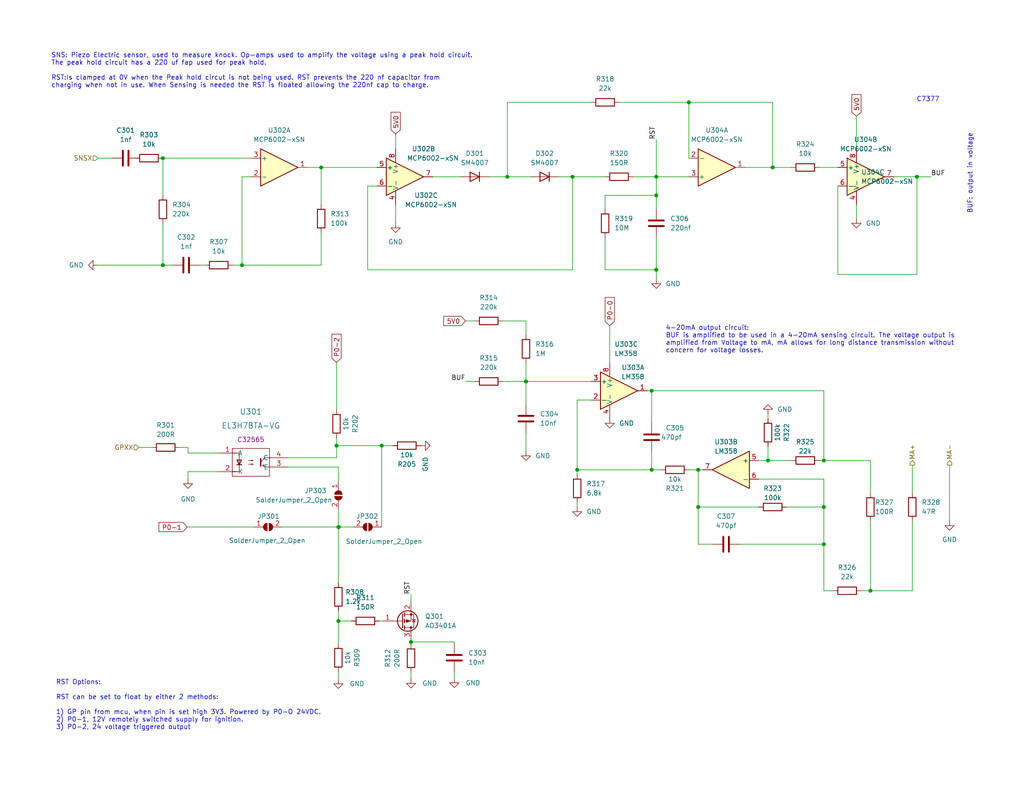
<source format=kicad_sch>
(kicad_sch (version 20211123) (generator eeschema)
  (paper "USLetter")
  (lib_symbols
    (symbol "Amplifier_Operational:LM358" (pin_names (offset 0.127))
      (property "Reference" "U" (at 0 5.08 0))
      (property "Value" "LM358" (at 0 -5.08 0))
      (symbol "LM358_1_1"
        (polyline (pts (xy -5.08 5.08) (xy 5.08 0) (xy -5.08 -5.08) (xy -5.08 5.08)) (stroke (width 0.254)) (fill (type background)))
        (pin output line (at 7.62 0 180) (length 2.54) (name "~") (number "1"))
        (pin input line (at -7.62 -2.54 0) (length 2.54) (name "-") (number "2"))
        (pin input line (at -7.62 2.54 0) (length 2.54) (name "+") (number "3"))
      )
      (symbol "LM358_2_1"
        (polyline (pts (xy -5.08 5.08) (xy 5.08 0) (xy -5.08 -5.08) (xy -5.08 5.08)) (stroke (width 0.254)) (fill (type background)))
        (pin input line (at -7.62 2.54 0) (length 2.54) (name "+") (number "5"))
        (pin input line (at -7.62 -2.54 0) (length 2.54) (name "-") (number "6"))
        (pin output line (at 7.62 0 180) (length 2.54) (name "~") (number "7"))
      )
      (symbol "LM358_3_1"
        (pin power_in line (at -2.54 -7.62 90) (length 3.81) (name "V-") (number "4"))
        (pin power_in line (at -2.54 7.62 270) (length 3.81) (name "V+") (number "8"))
      )
    )
    (symbol "Amplifier_Operational:MCP6002-xSN" (pin_names (offset 0.127))
      (property "Reference" "U" (at 0 5.08 0))
      (property "Value" "MCP6002-xSN" (at 0 -5.08 0))
      (symbol "MCP6002-xSN_1_1"
        (polyline (pts (xy -5.08 5.08) (xy 5.08 0) (xy -5.08 -5.08) (xy -5.08 5.08)) (stroke (width 0.254)) (fill (type background)))
        (pin output line (at 7.62 0 180) (length 2.54) (name "~") (number "1"))
        (pin input line (at -7.62 -2.54 0) (length 2.54) (name "-") (number "2"))
        (pin input line (at -7.62 2.54 0) (length 2.54) (name "+") (number "3"))
      )
      (symbol "MCP6002-xSN_2_1"
        (polyline (pts (xy -5.08 5.08) (xy 5.08 0) (xy -5.08 -5.08) (xy -5.08 5.08)) (stroke (width 0.254)) (fill (type background)))
        (pin input line (at -7.62 2.54 0) (length 2.54) (name "+") (number "5"))
        (pin input line (at -7.62 -2.54 0) (length 2.54) (name "-") (number "6"))
        (pin output line (at 7.62 0 180) (length 2.54) (name "~") (number "7"))
      )
      (symbol "MCP6002-xSN_3_1"
        (pin power_in line (at -2.54 -7.62 90) (length 3.81) (name "V-") (number "4"))
        (pin power_in line (at -2.54 7.62 270) (length 3.81) (name "V+") (number "8"))
      )
    )
    (symbol "Device:C" (pin_numbers hide) (pin_names (offset 0.254))
      (property "Reference" "C" (at 0.635 2.54 0))
      (property "Value" "C" (at 0.635 -2.54 0))
      (symbol "C_0_1"
        (polyline (pts (xy -2.032 -0.762) (xy 2.032 -0.762)) (stroke (width 0.508)))
        (polyline (pts (xy -2.032 0.762) (xy 2.032 0.762)) (stroke (width 0.508)))
      )
      (symbol "C_1_1"
        (pin passive line (at 0 3.81 270) (length 2.794) (name "~") (number "1"))
        (pin passive line (at 0 -3.81 90) (length 2.794) (name "~") (number "2"))
      )
    )
    (symbol "Device:R" (pin_numbers hide) (pin_names (offset 0))
      (property "Reference" "R" (at 2.032 0 90))
      (property "Value" "R" (at 0 0 90))
      (symbol "R_0_1"
        (rectangle (start -1.016 -2.54) (end 1.016 2.54) (stroke (width 0.254)))
      )
      (symbol "R_1_1"
        (pin passive line (at 0 3.81 270) (length 1.27) (name "~") (number "1"))
        (pin passive line (at 0 -3.81 90) (length 1.27) (name "~") (number "2"))
      )
    )
    (symbol "Diode:SM4007" (pin_numbers hide) (pin_names (offset 1.016) hide)
      (property "Reference" "D" (at 0 2.54 0))
      (property "Value" "SM4007" (at 0 -2.54 0))
      (symbol "SM4007_0_1"
        (polyline (pts (xy -1.27 1.27) (xy -1.27 -1.27)) (stroke (width 0.254)))
        (polyline (pts (xy 1.27 0) (xy -1.27 0)))
        (polyline (pts (xy 1.27 1.27) (xy 1.27 -1.27) (xy -1.27 0) (xy 1.27 1.27)) (stroke (width 0.254)))
      )
      (symbol "SM4007_1_1"
        (pin passive line (at -3.81 0 0) (length 2.54) (name "K") (number "1"))
        (pin passive line (at 3.81 0 180) (length 2.54) (name "A") (number "2"))
      )
    )
    (symbol "Jumper:SolderJumper_2_Open" (pin_names (offset 0) hide)
      (property "Reference" "JP" (at 0 2.032 0))
      (property "Value" "SolderJumper_2_Open" (at 0 -2.54 0))
      (symbol "SolderJumper_2_Open_0_1"
        (arc (start -0.254 1.016) (mid -1.27 0) (end -0.254 -1.016))
        (arc (start -0.254 1.016) (mid -1.27 0) (end -0.254 -1.016) (fill (type outline)))
        (polyline (pts (xy -0.254 1.016) (xy -0.254 -1.016)))
        (polyline (pts (xy 0.254 1.016) (xy 0.254 -1.016)))
        (arc (start 0.254 -1.016) (mid 1.27 0) (end 0.254 1.016))
        (arc (start 0.254 -1.016) (mid 1.27 0) (end 0.254 1.016) (fill (type outline)))
      )
      (symbol "SolderJumper_2_Open_1_1"
        (pin passive line (at -3.81 0 0) (length 2.54) (name "A") (number "1"))
        (pin passive line (at 3.81 0 180) (length 2.54) (name "B") (number "2"))
      )
    )
    (symbol "PCB_Library:EL3H7BTA-VG" (pin_names (offset 0.254))
      (property "Reference" "U" (at 7.62 10.16 0))
      (property "Value" "EL3H7BTA-VG" (at 7.62 7.62 0))
      (property "LCSC" "C32565" (at 8.89 2.54 0))
      (symbol "EL3H7BTA-VG_0_0"
        (pin passive line (at 0 0 0) (length 5.08) (name "A") (number "1"))
        (pin passive line (at 0 -5.08 0) (length 5.08) (name "K") (number "2"))
        (pin passive line (at 19.05 -3.81 180) (length 5.08) (name "E") (number "3"))
        (pin passive line (at 19.05 -1.27 180) (length 5.08) (name "C") (number "4"))
      )
      (symbol "EL3H7BTA-VG_0_1"
        (polyline (pts (xy 5.08 -3.175) (xy 6.35 -3.175)) (stroke (width 0.254)))
        (polyline (pts (xy 11.557 -2.413) (xy 12.7 -1.27)))
        (polyline (pts (xy 12.7 -3.81) (xy 13.97 -3.81)))
        (polyline (pts (xy 12.7 -1.27) (xy 13.97 -1.27)))
        (polyline (pts (xy 11.557 -1.524) (xy 11.557 -3.556) (xy 11.557 -3.556)) (stroke (width 0.3556)))
        (polyline (pts (xy 3.81 -5.08) (xy 5.715 -5.08) (xy 5.715 0) (xy 3.81 0)))
        (polyline (pts (xy 5.715 -3.175) (xy 5.08 -1.905) (xy 6.35 -1.905) (xy 5.715 -3.175)) (stroke (width 0.254)))
        (polyline (pts (xy 12.573 -3.683) (xy 12.319 -3.175) (xy 12.065 -3.429) (xy 12.573 -3.683)))
        (polyline (pts (xy 3.81 1.27) (xy 13.97 1.27) (xy 13.97 -6.35) (xy 3.81 -6.35) (xy 3.81 1.27)) (stroke (width 0.1524)))
        (polyline (pts (xy 8.255 -3.048) (xy 9.525 -3.048) (xy 9.144 -3.175) (xy 9.144 -2.921) (xy 9.525 -3.048)))
        (polyline (pts (xy 8.255 -2.032) (xy 9.525 -2.032) (xy 9.144 -2.159) (xy 9.144 -1.905) (xy 9.525 -2.032)))
      )
    )
    (symbol "Transistor_FET:AO3401A" (pin_names hide)
      (property "Reference" "Q" (at 5.08 1.905 0))
      (property "Value" "AO3401A" (at 5.08 0 0))
      (symbol "AO3401A_0_1"
        (polyline (pts (xy 0.254 0) (xy -2.54 0)))
        (polyline (pts (xy 0.254 1.905) (xy 0.254 -1.905)) (stroke (width 0.254)))
        (polyline (pts (xy 0.762 -1.27) (xy 0.762 -2.286)) (stroke (width 0.254)))
        (polyline (pts (xy 0.762 0.508) (xy 0.762 -0.508)) (stroke (width 0.254)))
        (polyline (pts (xy 0.762 2.286) (xy 0.762 1.27)) (stroke (width 0.254)))
        (polyline (pts (xy 2.54 2.54) (xy 2.54 1.778)))
        (polyline (pts (xy 2.54 -2.54) (xy 2.54 0) (xy 0.762 0)))
        (polyline (pts (xy 0.762 1.778) (xy 3.302 1.778) (xy 3.302 -1.778) (xy 0.762 -1.778)))
        (polyline (pts (xy 2.286 0) (xy 1.27 0.381) (xy 1.27 -0.381) (xy 2.286 0)) (fill (type outline)))
        (polyline (pts (xy 2.794 -0.508) (xy 2.921 -0.381) (xy 3.683 -0.381) (xy 3.81 -0.254)))
        (polyline (pts (xy 3.302 -0.381) (xy 2.921 0.254) (xy 3.683 0.254) (xy 3.302 -0.381)))
        (circle (center 1.651 0) (radius 2.794) (stroke (width 0.254)))
        (circle (center 2.54 -1.778) (radius 0.254) (fill (type outline)))
        (circle (center 2.54 1.778) (radius 0.254) (fill (type outline)))
      )
      (symbol "AO3401A_1_1"
        (pin input line (at -5.08 0 0) (length 2.54) (name "G") (number "1"))
        (pin passive line (at 2.54 -5.08 90) (length 2.54) (name "S") (number "2"))
        (pin passive line (at 2.54 5.08 270) (length 2.54) (name "D") (number "3"))
      )
    )
    (symbol "power:GND" (power) (pin_names (offset 0))
      (property "Value" "GND" (at 0 -3.81 0))
      (symbol "GND_0_1"
        (polyline (pts (xy 0 0) (xy 0 -1.27) (xy 1.27 -1.27) (xy 0 -2.54) (xy -1.27 -1.27) (xy 0 -1.27)))
      )
      (symbol "GND_1_1"
        (pin power_in line (at 0 0 270) (length 0) hide (name "GND") (number "1"))
      )
    )
  )
  (junction (at 209.55 125.73))
  (junction (at 224.79 148.59))
  (junction (at 224.79 138.43))
  (junction (at 138.43 48.26))
  (junction (at 157.48 128.27))
  (junction (at 92.329 169.545))
  (junction (at 91.821 121.666))
  (junction (at 250.19 48.26))
  (junction (at 87.63 45.72))
  (junction (at 177.8 128.27))
  (junction (at 104.14 121.666))
  (junction (at 210.82 45.72))
  (junction (at 66.04 72.39))
  (junction (at 187.96 27.94))
  (junction (at 179.07 73.66))
  (junction (at 156.21 48.26))
  (junction (at 179.07 53.34))
  (junction (at 190.5 138.43))
  (junction (at 44.45 43.18))
  (junction (at 92.456 143.891))
  (junction (at 112.141 175.26))
  (junction (at 143.51 104.14))
  (junction (at 44.45 72.39))
  (junction (at 190.5 128.27))
  (junction (at 224.79 125.73))
  (junction (at 92.329 143.891))
  (junction (at 237.49 161.29))
  (junction (at 177.8 106.68))
  (junction (at 179.07 48.26))
  (wire (pts (xy 228.6 50.8) (xy 228.6 74.93)))
  (wire (pts (xy 228.6 74.93) (xy 250.19 74.93)))
  (wire (pts (xy 133.35 48.26) (xy 138.43 48.26)))
  (wire (pts (xy 179.07 48.26) (xy 187.96 48.26)))
  (wire (pts (xy 187.96 27.94) (xy 187.96 43.18)))
  (wire (pts (xy 194.31 148.59) (xy 190.5 148.59)))
  (wire (pts (xy 127 87.63) (xy 129.54 87.63)))
  (wire (pts (xy 250.19 48.26) (xy 254 48.26)))
  (wire (pts (xy 157.48 128.27) (xy 157.48 129.54)))
  (wire (pts (xy 112.141 175.26) (xy 112.141 175.895)))
  (wire (pts (xy 26.67 72.39) (xy 44.45 72.39)))
  (wire (pts (xy 207.01 125.73) (xy 209.55 125.73)))
  (wire (pts (xy 87.63 63.5) (xy 87.63 72.39)))
  (wire (pts (xy 156.21 73.66) (xy 100.33 73.66)))
  (wire (pts (xy 92.329 169.545) (xy 92.329 175.768)))
  (wire (pts (xy 100.33 50.8) (xy 102.87 50.8)))
  (wire (pts (xy 190.5 128.27) (xy 190.5 138.43)))
  (wire (pts (xy 190.5 138.43) (xy 207.01 138.43)))
  (wire (pts (xy 44.45 43.18) (xy 68.58 43.18)))
  (wire (pts (xy 92.329 166.751) (xy 92.329 169.545)))
  (wire (pts (xy 224.79 148.59) (xy 224.79 161.29)))
  (wire (pts (xy 91.821 98.933) (xy 91.821 111.887)))
  (wire (pts (xy 179.07 64.77) (xy 179.07 73.66)))
  (wire (pts (xy 156.21 48.26) (xy 165.1 48.26)))
  (wire (pts (xy 102.87 45.72) (xy 87.63 45.72)))
  (wire (pts (xy 66.04 72.39) (xy 87.63 72.39)))
  (wire (pts (xy 51.054 143.891) (xy 69.342 143.891)))
  (wire (pts (xy 138.43 27.94) (xy 138.43 48.26)))
  (wire (pts (xy 209.55 114.3) (xy 209.55 113.03)))
  (wire (pts (xy 157.48 109.22) (xy 157.48 128.27)))
  (wire (pts (xy 143.51 104.14) (xy 137.16 104.14)))
  (wire (pts (xy 224.79 130.81) (xy 224.79 138.43)))
  (wire (pts (xy 165.1 53.34) (xy 165.1 57.15)))
  (wire (pts (xy 123.952 183.388) (xy 123.952 185.166)))
  (wire (pts (xy 92.329 183.388) (xy 92.329 185.42)))
  (wire (pts (xy 179.07 73.66) (xy 179.07 76.2)))
  (wire (pts (xy 237.49 142.24) (xy 237.49 161.29)))
  (wire (pts (xy 92.329 143.891) (xy 92.329 159.131)))
  (wire (pts (xy 234.95 161.29) (xy 237.49 161.29)))
  (wire (pts (xy 209.55 121.92) (xy 209.55 125.73)))
  (wire (pts (xy 92.329 127.508) (xy 92.329 131.445)))
  (wire (pts (xy 187.96 27.94) (xy 210.82 27.94)))
  (wire (pts (xy 248.92 127) (xy 248.92 134.62)))
  (wire (pts (xy 157.48 137.16) (xy 157.48 138.43)))
  (wire (pts (xy 176.53 106.68) (xy 177.8 106.68)))
  (wire (pts (xy 259.08 127) (xy 259.08 142.24)))
  (wire (pts (xy 224.79 106.68) (xy 224.79 125.73)))
  (wire (pts (xy 107.95 36.576) (xy 107.95 40.64)))
  (wire (pts (xy 210.82 27.94) (xy 210.82 45.72)))
  (wire (pts (xy 168.91 27.94) (xy 187.96 27.94)))
  (wire (pts (xy 138.43 48.26) (xy 144.78 48.26)))
  (wire (pts (xy 201.93 148.59) (xy 224.79 148.59)))
  (wire (pts (xy 156.21 48.26) (xy 156.21 73.66)))
  (wire (pts (xy 78.613 127.508) (xy 92.329 127.508)))
  (wire (pts (xy 92.329 169.545) (xy 95.885 169.545)))
  (wire (pts (xy 44.45 72.39) (xy 46.99 72.39)))
  (wire (pts (xy 165.1 53.34) (xy 179.07 53.34)))
  (wire (pts (xy 26.67 43.18) (xy 30.48 43.18)))
  (wire (pts (xy 63.5 72.39) (xy 66.04 72.39)))
  (wire (pts (xy 59.563 123.698) (xy 51.308 123.698)))
  (wire (pts (xy 138.43 27.94) (xy 161.29 27.94)))
  (wire (pts (xy 118.11 48.26) (xy 125.73 48.26)))
  (wire (pts (xy 210.82 45.72) (xy 203.2 45.72)))
  (wire (pts (xy 92.329 139.065) (xy 92.329 143.891)))
  (wire (pts (xy 143.51 118.11) (xy 143.51 123.19)))
  (wire (pts (xy 37.846 122.174) (xy 41.402 122.174)))
  (wire (pts (xy 179.07 53.34) (xy 179.07 57.15)))
  (wire (pts (xy 224.79 138.43) (xy 224.79 148.59)))
  (wire (pts (xy 44.45 60.96) (xy 44.45 72.39)))
  (wire (pts (xy 165.1 73.66) (xy 179.07 73.66)))
  (wire (pts (xy 166.37 88.9) (xy 166.37 99.06)))
  (wire (pts (xy 209.55 125.73) (xy 215.9 125.73)))
  (wire (pts (xy 165.1 64.77) (xy 165.1 73.66)))
  (wire (pts (xy 68.58 48.26) (xy 66.04 48.26)))
  (wire (pts (xy 224.79 161.29) (xy 227.33 161.29)))
  (wire (pts (xy 177.8 128.27) (xy 180.34 128.27)))
  (wire (pts (xy 207.01 130.81) (xy 224.79 130.81)))
  (wire (pts (xy 51.308 123.698) (xy 51.308 122.174)))
  (wire (pts (xy 143.51 87.63) (xy 143.51 91.44)))
  (wire (pts (xy 49.022 122.174) (xy 51.308 122.174)))
  (wire (pts (xy 92.456 143.891) (xy 96.52 143.891)))
  (wire (pts (xy 177.8 106.68) (xy 177.8 115.57)))
  (wire (pts (xy 190.5 128.27) (xy 191.77 128.27)))
  (wire (pts (xy 107.95 55.88) (xy 107.95 60.96)))
  (wire (pts (xy 179.07 48.26) (xy 179.07 53.34)))
  (wire (pts (xy 157.48 128.27) (xy 177.8 128.27)))
  (wire (pts (xy 103.505 169.545) (xy 104.521 169.545)))
  (wire (pts (xy 59.563 128.778) (xy 51.308 128.778)))
  (wire (pts (xy 104.14 121.666) (xy 104.14 143.891)))
  (wire (pts (xy 223.52 45.72) (xy 228.6 45.72)))
  (wire (pts (xy 112.141 175.26) (xy 123.952 175.26)))
  (wire (pts (xy 78.613 124.968) (xy 91.821 124.968)))
  (wire (pts (xy 91.821 121.666) (xy 104.14 121.666)))
  (wire (pts (xy 91.821 124.968) (xy 91.821 121.666)))
  (wire (pts (xy 157.48 109.22) (xy 161.29 109.22)))
  (wire (pts (xy 224.79 125.73) (xy 237.49 125.73)))
  (wire (pts (xy 112.141 174.625) (xy 112.141 175.26)))
  (wire (pts (xy 112.141 183.515) (xy 112.141 185.293)))
  (wire (pts (xy 143.51 104.14) (xy 143.51 110.49)))
  (wire (pts (xy 123.952 175.768) (xy 123.952 175.26)))
  (wire (pts (xy 210.82 45.72) (xy 215.9 45.72)))
  (wire (pts (xy 66.04 48.26) (xy 66.04 72.39)))
  (wire (pts (xy 177.8 106.68) (xy 224.79 106.68)))
  (wire (pts (xy 38.1 43.18) (xy 36.83 43.18)))
  (wire (pts (xy 143.51 104.14) (xy 161.29 104.14)))
  (wire (pts (xy 233.68 55.88) (xy 233.68 59.69)))
  (wire (pts (xy 190.5 138.43) (xy 190.5 148.59)))
  (wire (pts (xy 248.92 142.24) (xy 248.92 161.29)))
  (wire (pts (xy 104.14 121.666) (xy 107.188 121.666)))
  (wire (pts (xy 100.33 50.8) (xy 100.33 73.66)))
  (wire (pts (xy 44.45 43.18) (xy 44.45 53.34)))
  (wire (pts (xy 223.52 125.73) (xy 224.79 125.73)))
  (wire (pts (xy 127 104.14) (xy 129.54 104.14)))
  (wire (pts (xy 248.92 161.29) (xy 237.49 161.29)))
  (wire (pts (xy 187.96 128.27) (xy 190.5 128.27)))
  (wire (pts (xy 214.63 138.43) (xy 224.79 138.43)))
  (wire (pts (xy 91.821 119.507) (xy 91.821 121.666)))
  (wire (pts (xy 250.19 48.26) (xy 250.19 74.93)))
  (wire (pts (xy 112.141 162.306) (xy 112.141 164.465)))
  (wire (pts (xy 143.51 99.06) (xy 143.51 104.14)))
  (wire (pts (xy 76.962 143.891) (xy 92.329 143.891)))
  (wire (pts (xy 179.07 38.1) (xy 179.07 48.26)))
  (wire (pts (xy 156.21 48.26) (xy 152.4 48.26)))
  (wire (pts (xy 137.16 87.63) (xy 143.51 87.63)))
  (wire (pts (xy 54.61 72.39) (xy 55.88 72.39)))
  (wire (pts (xy 237.49 134.62) (xy 237.49 125.73)))
  (wire (pts (xy 87.63 45.72) (xy 87.63 55.88)))
  (wire (pts (xy 177.8 123.19) (xy 177.8 128.27)))
  (wire (pts (xy 250.19 48.26) (xy 243.84 48.26)))
  (wire (pts (xy 51.308 128.778) (xy 51.308 130.81)))
  (wire (pts (xy 233.68 31.75) (xy 233.68 40.64)))
  (wire (pts (xy 83.82 45.72) (xy 87.63 45.72)))
  (wire (pts (xy 172.72 48.26) (xy 179.07 48.26)))
  (text "RST Options:\n\nRST can be set to float by either 2 methods:\n\n1) GP pin from mcu, when pin is set high 3V3. Powered by P0-O 24VDC.\n2) P0-1, 12V remotely switched supply for ignition.\n3) P0-2, 24 voltage triggered output" (at 15.24 199.39 0) (effects (font (size 1.27 1.27)) (justify left bottom)))
  (text "C7377" (at 250.063 27.94 0) (effects (font (size 1.27 1.27)) (justify left bottom)))
  (text "SNS: Piezo Electric sensor, used to measure knock. Op-amps used to amplify the voltage using a peak hold circuit.\nThe peak hold circuit has a 220 uf fap used for peak hold. \n\nRST:Is clamped at 0V when the Peak hold circut is not being used. RST prevents the 220 nf capacitor from \ncharging when not in use. When Sensing is needed the RST is floated allowing the 220nf cap to charge." (at 13.97 24.13 0) (effects (font (size 1.27 1.27)) (justify left bottom)))
  (text "4-20mA output circuit:\nBUF is amplified to be used in a 4-20mA sensing circuit. The voltage output is \namplified from Voltage to mA, mA allows for long distance transmission without \nconcern for voltage losses." (at 181.61 96.52 0) (effects (font (size 1.27 1.27)) (justify left bottom)))
  (text "BUF: output in voltage" (at 265.43 58.42 90) (effects (font (size 1.27 1.27)) (justify left bottom)))
  (label "BUF" (at 254 48.26 0))
  (label "BUF" (at 127 104.14 180))
  (label "RST" (at 112.141 162.306 90))
  (label "RST" (at 179.07 38.1 90))
  (global_label "P0-1" (shape input) (at 51.054 143.891 180) (property "Intersheet References" "${INTERSHEET_REFS}" (effects hide)))
  (global_label "P0-2" (shape input) (at 91.821 98.933 90) (property "Intersheet References" "${INTERSHEET_REFS}" (effects hide)))
  (global_label "5V0" (shape input) (at 127 87.63 180) (property "Intersheet References" "${INTERSHEET_REFS}" (effects hide)))
  (global_label "5V0" (shape input) (at 107.95 36.576 90) (property "Intersheet References" "${INTERSHEET_REFS}" (effects hide)))
  (global_label "P0-0" (shape input) (at 166.37 88.9 90) (property "Intersheet References" "${INTERSHEET_REFS}" (effects hide)))
  (global_label "5V0" (shape input) (at 233.68 31.75 90) (property "Intersheet References" "${INTERSHEET_REFS}" (effects hide)))
  (hierarchical_label "GPXX" (shape input) (at 37.846 122.174 180))
  (hierarchical_label "SNSX" (shape input) (at 26.67 43.18 180))
  (hierarchical_label "MA-" (shape output) (at 259.08 127 90))
  (hierarchical_label "MA+" (shape output) (at 248.92 127 90))
  (symbol (lib_id "power:GND") (at 114.808 121.666 90) (mirror x) (unit 1)
    (property "Reference" "#PWR0203" (effects hide))
    (property "Value" "GND" (at 116.0779 124.714 0) (effects (justify left)))
  )
  (symbol (lib_id "Device:C") (at 123.952 179.578 180) (unit 1)
    (property "Reference" "C303" (at 127.762 178.3079 0) (effects (justify right)))
    (property "Value" "10nf" (at 127.762 180.8479 0) (effects (justify right)))
    (property "Footprint" "Footprints:C_0402_1005Metric" (effects hide))
    (property "LCSC" "C15195" (effects hide))
  )
  (symbol (lib_id "power:GND") (at 51.308 130.81 0) (unit 1)
    (property "Reference" "#PWR0302" (effects hide))
    (property "Value" "GND" (at 51.308 136.271 0))
  )
  (symbol (lib_id "Device:R") (at 231.14 161.29 90) (unit 1)
    (property "Reference" "R326" (at 231.14 154.94 90))
    (property "Value" "22k" (at 231.14 157.48 90))
    (property "Footprint" "Footprints:R_01005_0402Metric" (effects hide))
    (property "LCSC" "C25744" (effects hide))
  )
  (symbol (lib_id "Device:R") (at 40.64 43.18 270) (unit 1)
    (property "Reference" "R303" (at 40.64 36.83 90))
    (property "Value" "10k" (at 40.64 39.37 90))
    (property "Footprint" "Footprints:R_0402_1005Metric" (effects hide))
    (property "LCSC" "C25744" (effects hide))
  )
  (symbol (lib_id "Amplifier_Operational:MCP6002-xSN") (at 236.22 48.26 0) (unit 3)
    (property "Reference" "U304" (at 234.95 46.9899 0) (effects (justify left)))
    (property "Value" "MCP6002-xSN" (at 234.95 49.5299 0) (effects (justify left)))
    (property "Footprint" "Footprints:SOIC-8_3.9x4.9mm_P1.27mm" (effects hide))
    (property "Datasheet" "http://ww1.microchip.com/downloads/en/DeviceDoc/21733j.pdf" (effects hide))
    (property "LCSC" "C7377" (effects hide))
  )
  (symbol (lib_id "Diode:SM4007") (at 148.59 48.26 180) (unit 1)
    (property "Reference" "D302" (at 148.59 41.91 0))
    (property "Value" "SM4007" (at 148.59 44.45 0))
    (property "Footprint" "Diode_SMD:D_MELF" (effects hide))
    (property "Datasheet" "http://cdn-reichelt.de/documents/datenblatt/A400/SMD1N400%23DIO.pdf" (effects hide))
    (property "LCSC" "C64898" (effects hide))
  )
  (symbol (lib_id "Device:R") (at 99.695 169.545 90) (unit 1)
    (property "Reference" "R311" (at 99.695 163.195 90))
    (property "Value" "150R" (at 99.695 165.735 90))
    (property "Footprint" "Footprints:R_0603_1608Metric" (effects hide))
    (property "LCSC" "C22808" (effects hide))
  )
  (symbol (lib_id "power:GND") (at 92.329 185.42 0) (unit 1)
    (property "Reference" "#PWR0304" (effects hide))
    (property "Value" "GND" (at 95.377 186.6899 0) (effects (justify left)))
  )
  (symbol (lib_id "Amplifier_Operational:LM358") (at 199.39 128.27 0) (mirror y) (unit 2)
    (property "Reference" "U303" (at 198.12 120.65 0))
    (property "Value" "LM358" (at 198.12 123.19 0))
    (property "Footprint" "Footprints:SOIC-8_3.9x4.9mm_P1.27mm" (effects hide))
    (property "Datasheet" "http://www.ti.com/lit/ds/symlink/lm2904-n.pdf" (effects hide))
    (property "LCSC" "C7950" (effects hide))
  )
  (symbol (lib_id "power:GND") (at 123.952 185.166 0) (unit 1)
    (property "Reference" "#PWR0307" (effects hide))
    (property "Value" "GND" (at 127 186.4359 0) (effects (justify left)))
  )
  (symbol (lib_id "Device:C") (at 198.12 148.59 270) (mirror x) (unit 1)
    (property "Reference" "C307" (at 198.12 140.97 90))
    (property "Value" "470pf" (at 198.12 143.51 90))
    (property "Footprint" "Footprints:C_0603_1608Metric" (effects hide))
    (property "LCSC" "C1620" (effects hide))
  )
  (symbol (lib_id "Device:R") (at 59.69 72.39 90) (unit 1)
    (property "Reference" "R307" (at 59.69 66.04 90))
    (property "Value" "10k" (at 59.69 68.58 90))
    (property "Footprint" "Footprints:R_0402_1005Metric" (effects hide))
    (property "LCSC" "C25744" (effects hide))
  )
  (symbol (lib_id "Device:R") (at 92.329 179.578 0) (mirror x) (unit 1)
    (property "Reference" "R309" (at 97.409 179.578 90))
    (property "Value" "10k" (at 94.869 179.578 90))
    (property "Footprint" "Footprints:R_0402_1005Metric" (effects hide))
    (property "LCSC" "C25744" (effects hide))
  )
  (symbol (lib_id "Device:R") (at 184.15 128.27 90) (mirror x) (unit 1)
    (property "Reference" "R321" (at 184.15 133.35 90))
    (property "Value" "10k" (at 184.15 130.81 90))
    (property "Footprint" "Footprints:R_0402_1005Metric" (effects hide))
    (property "LCSC" "C25744" (effects hide))
  )
  (symbol (lib_id "power:GND") (at 143.51 123.19 0) (unit 1)
    (property "Reference" "#PWR0309" (effects hide))
    (property "Value" "GND" (at 146.05 124.4599 0) (effects (justify left)))
  )
  (symbol (lib_id "Device:R") (at 237.49 138.43 0) (unit 1)
    (property "Reference" "R327" (at 241.3 137.16 0))
    (property "Value" "100R" (at 241.3 139.7 0))
    (property "Footprint" "Footprints:R_0603_1608Metric" (effects hide))
    (property "LCSC" "C22775" (effects hide))
  )
  (symbol (lib_id "Device:R") (at 209.55 118.11 0) (unit 1)
    (property "Reference" "R322" (at 214.63 118.11 90))
    (property "Value" "100k" (at 212.09 118.11 90))
    (property "Footprint" "Footprints:R_0402_1005Metric" (effects hide))
    (property "LCSC" "C25741" (effects hide))
  )
  (symbol (lib_id "power:GND") (at 233.68 59.69 0) (unit 1)
    (property "Reference" "#PWR0314" (effects hide))
    (property "Value" "GND" (at 236.22 60.9599 0) (effects (justify left)))
  )
  (symbol (lib_id "Device:R") (at 219.71 125.73 270) (unit 1)
    (property "Reference" "R325" (at 219.71 120.65 90))
    (property "Value" "22k" (at 219.71 123.19 90))
    (property "Footprint" "Footprints:R_0402_1005Metric" (effects hide))
    (property "LCSC" "C25768" (effects hide))
  )
  (symbol (lib_id "Device:R") (at 44.45 57.15 180) (unit 1)
    (property "Reference" "R304" (at 46.99 55.8799 0) (effects (justify right)))
    (property "Value" "220k" (at 46.99 58.4199 0) (effects (justify right)))
    (property "Footprint" "Footprints:R_0402_1005Metric" (effects hide))
    (property "LCSC" "C25744" (effects hide))
  )
  (symbol (lib_id "Amplifier_Operational:MCP6002-xSN") (at 195.58 45.72 0) (mirror x) (unit 1)
    (property "Reference" "U304" (at 195.58 35.56 0))
    (property "Value" "MCP6002-xSN" (at 195.58 38.1 0))
    (property "Footprint" "Footprints:SOIC-8_3.9x4.9mm_P1.27mm" (effects hide))
    (property "Datasheet" "http://ww1.microchip.com/downloads/en/DeviceDoc/21733j.pdf" (effects hide))
    (property "LCSC" "C7377" (effects hide))
  )
  (symbol (lib_id "Device:R") (at 143.51 95.25 180) (unit 1)
    (property "Reference" "R316" (at 146.05 93.9799 0) (effects (justify right)))
    (property "Value" "1M" (at 146.05 96.5199 0) (effects (justify right)))
    (property "Footprint" "Footprints:R_0402_1005Metric" (effects hide))
    (property "LCSC" "C26083" (effects hide))
  )
  (symbol (lib_id "Amplifier_Operational:MCP6002-xSN") (at 76.2 45.72 0) (unit 1)
    (property "Reference" "U302" (at 76.2 35.56 0))
    (property "Value" "MCP6002-xSN" (at 76.2 38.1 0))
    (property "Footprint" "Footprints:SOIC-8_3.9x4.9mm_P1.27mm" (effects hide))
    (property "Datasheet" "https://datasheet.lcsc.com/lcsc/1811081213_Microchip-Tech-MCP6002T-I-SN--_C7377.pdf" (effects hide))
    (property "LCSC" "C7377" (effects hide))
  )
  (symbol (lib_id "power:GND") (at 259.08 142.24 0) (unit 1)
    (property "Reference" "#PWR0315" (effects hide))
    (property "Value" "GND" (at 259.08 147.32 0))
  )
  (symbol (lib_id "Device:R") (at 91.821 115.697 0) (unit 1)
    (property "Reference" "R202" (at 96.901 115.697 90))
    (property "Value" "10k" (at 94.361 115.697 90))
    (property "Footprint" "Footprints:R_0402_1005Metric" (effects hide))
    (property "LCSC" "C25744" (effects hide))
  )
  (symbol (lib_id "Device:C") (at 179.07 60.96 180) (unit 1)
    (property "Reference" "C306" (at 182.88 59.6899 0) (effects (justify right)))
    (property "Value" "220nf" (at 182.88 62.2299 0) (effects (justify right)))
    (property "Footprint" "Footprints:C_Rect_L7.0mm_W2.0mm_P5.00mm" (effects hide))
    (property "LCSC" "C393118" (effects hide))
  )
  (symbol (lib_id "Device:R") (at 168.91 48.26 90) (unit 1)
    (property "Reference" "R320" (at 168.91 41.91 90))
    (property "Value" "150R" (at 168.91 44.45 90))
    (property "Footprint" "Footprints:R_0603_1608Metric" (effects hide))
    (property "LCSC" "C22808" (effects hide))
  )
  (symbol (lib_id "Jumper:SolderJumper_2_Open") (at 100.33 143.891 0) (mirror y) (unit 1)
    (property "Reference" "JP302" (at 100.203 140.97 0))
    (property "Value" "SolderJumper_2_Open" (at 104.775 147.828 0))
    (property "Footprint" "Footprints:SolderJumper-2_P1.3mm_Open_RoundedPad1.0x1.5mm" (effects hide))
  )
  (symbol (lib_id "Amplifier_Operational:LM358") (at 168.91 106.68 0) (unit 3)
    (property "Reference" "U303" (at 167.64 93.98 0) (effects (justify left)))
    (property "Value" "LM358" (at 167.64 96.52 0) (effects (justify left)))
    (property "Footprint" "Footprints:SOIC-8_3.9x4.9mm_P1.27mm" (effects hide))
    (property "Datasheet" "http://www.ti.com/lit/ds/symlink/lm2904-n.pdf" (effects hide))
    (property "LCSC" "C7950" (effects hide))
  )
  (symbol (lib_id "power:GND") (at 107.95 60.96 0) (mirror y) (unit 1)
    (property "Reference" "#PWR0308" (effects hide))
    (property "Value" "GND" (at 107.95 66.04 0))
  )
  (symbol (lib_id "power:GND") (at 157.48 138.43 0) (unit 1)
    (property "Reference" "#PWR0310" (effects hide))
    (property "Value" "GND" (at 160.02 139.6999 0) (effects (justify left)))
  )
  (symbol (lib_id "Device:R") (at 110.998 121.666 270) (unit 1)
    (property "Reference" "R205" (at 110.998 126.746 90))
    (property "Value" "10k" (at 110.998 124.206 90))
    (property "Footprint" "Footprints:R_0402_1005Metric" (effects hide))
    (property "LCSC" "C25744" (effects hide))
  )
  (symbol (lib_id "power:GND") (at 166.37 114.3 0) (unit 1)
    (property "Reference" "#PWR0311" (effects hide))
    (property "Value" "GND" (at 168.91 115.5699 0) (effects (justify left)))
  )
  (symbol (lib_id "Transistor_FET:AO3401A") (at 109.601 169.545 0) (mirror x) (unit 1)
    (property "Reference" "Q301" (at 115.951 168.2749 0) (effects (justify left)))
    (property "Value" "AO3401A" (at 115.951 170.8149 0) (effects (justify left)))
    (property "Footprint" "Package_TO_SOT_SMD:SOT-23" (effects hide))
    (property "Datasheet" "http://www.aosmd.com/pdfs/datasheet/AO3401A.pdf" (effects hide))
    (property "LCSC" "C15127" (effects hide))
  )
  (symbol (lib_id "Amplifier_Operational:MCP6002-xSN") (at 110.49 48.26 0) (unit 3)
    (property "Reference" "U302" (at 113.03 53.34 0) (effects (justify left)))
    (property "Value" "MCP6002-xSN" (at 110.49 55.88 0) (effects (justify left)))
    (property "Footprint" "Footprints:SOIC-8_3.9x4.9mm_P1.27mm" (effects hide))
    (property "Datasheet" "https://datasheet.lcsc.com/lcsc/1811081213_Microchip-Tech-MCP6002T-I-SN--_C7377.pdf" (effects hide))
    (property "LCSC" "C7377" (effects hide))
  )
  (symbol (lib_id "Device:R") (at 165.1 60.96 0) (unit 1)
    (property "Reference" "R319" (at 167.64 59.6899 0) (effects (justify left)))
    (property "Value" "10M" (at 167.64 62.2299 0) (effects (justify left)))
    (property "Footprint" "Footprints:R_0402_1005Metric" (effects hide))
    (property "LCSC" "C26082" (effects hide))
  )
  (symbol (lib_id "Device:R") (at 112.141 179.705 0) (unit 1)
    (property "Reference" "R312" (at 105.791 179.705 90))
    (property "Value" "200R" (at 108.331 179.705 90))
    (property "Footprint" "Footprints:R_0402_1005Metric" (effects hide))
    (property "LCSC" "C25087" (effects hide))
  )
  (symbol (lib_id "Device:R") (at 133.35 87.63 90) (unit 1)
    (property "Reference" "R314" (at 133.35 81.28 90))
    (property "Value" "220k" (at 133.35 83.82 90))
    (property "Footprint" "Footprints:R_0402_1005Metric" (effects hide))
    (property "LCSC" "C25744" (effects hide))
  )
  (symbol (lib_id "Device:R") (at 92.329 162.941 180) (unit 1)
    (property "Reference" "R308" (at 94.234 161.6709 0) (effects (justify right)))
    (property "Value" "1.2k" (at 94.234 164.2109 0) (effects (justify right)))
    (property "Footprint" "Footprints:R_0402_1005Metric" (effects hide))
    (property "LCSC" "C25862" (effects hide))
  )
  (symbol (lib_id "Jumper:SolderJumper_2_Open") (at 92.329 135.255 270) (unit 1)
    (property "Reference" "JP303" (at 83.058 133.985 90) (effects (justify left)))
    (property "Value" "SolderJumper_2_Open" (at 69.723 136.525 90) (effects (justify left)))
    (property "Footprint" "Footprints:SolderJumper-2_P1.3mm_Open_RoundedPad1.0x1.5mm" (effects hide))
  )
  (symbol (lib_id "power:GND") (at 209.55 113.03 180) (unit 1)
    (property "Reference" "#PWR0313" (effects hide))
    (property "Value" "GND" (at 212.09 111.7599 0) (effects (justify right)))
  )
  (symbol (lib_id "Device:C") (at 177.8 119.38 0) (unit 1)
    (property "Reference" "C305" (at 181.61 116.84 0) (effects (justify left)))
    (property "Value" "470pf" (at 180.34 119.38 0) (effects (justify left)))
    (property "Footprint" "Footprints:C_0603_1608Metric" (effects hide))
    (property "LCSC" "C1620" (effects hide))
  )
  (symbol (lib_id "power:GND") (at 26.67 72.39 270) (unit 1)
    (property "Reference" "#PWR0301" (effects hide))
    (property "Value" "GND" (at 22.86 72.3899 90) (effects (justify right)))
  )
  (symbol (lib_id "Diode:SM4007") (at 129.54 48.26 180) (unit 1)
    (property "Reference" "D301" (at 129.54 41.91 0))
    (property "Value" "SM4007" (at 129.54 44.45 0))
    (property "Footprint" "Diode_SMD:D_MELF" (effects hide))
    (property "Datasheet" "http://cdn-reichelt.de/documents/datenblatt/A400/SMD1N400%23DIO.pdf" (effects hide))
    (property "LCSC" "C64898" (effects hide))
  )
  (symbol (lib_id "Device:C") (at 50.8 72.39 90) (unit 1)
    (property "Reference" "C302" (at 50.8 64.77 90))
    (property "Value" "1nf" (at 50.8 67.31 90))
    (property "Footprint" "Footprints:C_0402_1005Metric" (effects hide))
    (property "LCSC" "C1523" (effects hide))
  )
  (symbol (lib_id "Device:R") (at 219.71 45.72 90) (unit 1)
    (property "Reference" "R324" (at 219.71 39.37 90))
    (property "Value" "10k" (at 219.71 41.91 90))
    (property "Footprint" "Footprints:R_0402_1005Metric" (effects hide))
    (property "LCSC" "C25744" (effects hide))
  )
  (symbol (lib_id "Amplifier_Operational:MCP6002-xSN") (at 236.22 48.26 0) (unit 2)
    (property "Reference" "U304" (at 236.22 38.1 0))
    (property "Value" "MCP6002-xSN" (at 236.22 40.64 0))
    (property "Footprint" "Footprints:SOIC-8_3.9x4.9mm_P1.27mm" (effects hide))
    (property "Datasheet" "http://ww1.microchip.com/downloads/en/DeviceDoc/21733j.pdf" (effects hide))
    (property "LCSC" "C7377" (effects hide))
  )
  (symbol (lib_id "Amplifier_Operational:LM358") (at 168.91 106.68 0) (unit 1)
    (property "Reference" "U303" (at 172.72 100.33 0))
    (property "Value" "LM358" (at 172.72 102.87 0))
    (property "Footprint" "Footprints:SOIC-8_3.9x4.9mm_P1.27mm" (effects hide))
    (property "Datasheet" "http://www.ti.com/lit/ds/symlink/lm2904-n.pdf" (effects hide))
    (property "LCSC" "C7950" (effects hide))
  )
  (symbol (lib_id "Device:R") (at 45.212 122.174 90) (unit 1)
    (property "Reference" "R301" (at 45.212 116.078 90))
    (property "Value" "200R" (at 45.212 118.618 90))
    (property "Footprint" "Footprints:R_0402_1005Metric" (effects hide))
    (property "LCSC" "C25087" (effects hide))
  )
  (symbol (lib_id "Device:R") (at 248.92 138.43 180) (unit 1)
    (property "Reference" "R328" (at 251.46 137.1599 0) (effects (justify right)))
    (property "Value" "47R" (at 251.46 139.6999 0) (effects (justify right)))
    (property "Footprint" "Footprints:R_0402_1005Metric" (effects hide))
    (property "LCSC" "C25118" (effects hide))
  )
  (symbol (lib_id "Device:R") (at 157.48 133.35 180) (unit 1)
    (property "Reference" "R317" (at 160.02 132.0799 0) (effects (justify right)))
    (property "Value" "6.8k" (at 160.02 134.6199 0) (effects (justify right)))
    (property "Footprint" "Footprints:R_0402_1005Metric" (effects hide))
    (property "LCSC" "C25917" (effects hide))
  )
  (symbol (lib_id "Amplifier_Operational:MCP6002-xSN") (at 110.49 48.26 0) (unit 2)
    (property "Reference" "U302" (at 115.57 40.64 0))
    (property "Value" "MCP6002-xSN" (at 118.11 43.18 0))
    (property "Footprint" "Footprints:SOIC-8_3.9x4.9mm_P1.27mm" (effects hide))
    (property "Datasheet" "https://datasheet.lcsc.com/lcsc/1811081213_Microchip-Tech-MCP6002T-I-SN--_C7377.pdf" (effects hide))
    (property "LCSC" "C7377" (effects hide))
  )
  (symbol (lib_id "Device:C") (at 143.51 114.3 180) (unit 1)
    (property "Reference" "C304" (at 147.32 113.0299 0) (effects (justify right)))
    (property "Value" "10nf" (at 147.32 115.5699 0) (effects (justify right)))
    (property "Footprint" "Footprints:C_0402_1005Metric" (effects hide))
    (property "LCSC" "C15195" (effects hide))
  )
  (symbol (lib_id "Device:R") (at 210.82 138.43 90) (unit 1)
    (property "Reference" "R323" (at 210.82 133.35 90))
    (property "Value" "100k" (at 210.82 135.89 90))
    (property "Footprint" "Footprints:R_0402_1005Metric" (effects hide))
    (property "LCSC" "C25741" (effects hide))
  )
  (symbol (lib_id "PCB_Library:EL3H7BTA-VG") (at 59.563 123.698 0) (unit 1)
    (property "Reference" "U301" (at 68.453 112.395 0) (effects (font (size 1.524 1.524))))
    (property "Value" "EL3H7BTA-VG" (at 68.453 116.205 0) (effects (font (size 1.524 1.524))))
    (property "Footprint" "PCB_Library:EL3H7BTA-VG" (effects hide))
    (property "Datasheet" "https://datasheet.lcsc.com/lcsc/1811131510_Everlight-Elec-EL3H7-B-TA-G_C32565.pdf" (effects hide))
    (property "LCSC" "C32565" (at 68.453 120.015 0))
  )
  (symbol (lib_id "Jumper:SolderJumper_2_Open") (at 73.152 143.891 0) (unit 1)
    (property "Reference" "JP301" (at 73.279 140.97 0))
    (property "Value" "SolderJumper_2_Open" (at 72.898 147.574 0))
    (property "Footprint" "Footprints:SolderJumper-2_P1.3mm_Open_RoundedPad1.0x1.5mm" (effects hide))
  )
  (symbol (lib_id "power:GND") (at 179.07 76.2 0) (unit 1)
    (property "Reference" "#PWR0312" (effects hide))
    (property "Value" "GND" (at 181.61 77.4699 0) (effects (justify left)))
  )
  (symbol (lib_id "Device:R") (at 87.63 59.69 180) (unit 1)
    (property "Reference" "R313" (at 90.17 58.4199 0) (effects (justify right)))
    (property "Value" "100k" (at 90.17 60.9599 0) (effects (justify right)))
    (property "Footprint" "Footprints:R_0402_1005Metric" (effects hide))
    (property "LCSC" "C25741" (effects hide))
  )
  (symbol (lib_id "power:GND") (at 112.141 185.293 0) (unit 1)
    (property "Reference" "#PWR0306" (effects hide))
    (property "Value" "GND" (at 115.189 186.5629 0) (effects (justify left)))
  )
  (symbol (lib_id "Device:R") (at 133.35 104.14 90) (unit 1)
    (property "Reference" "R315" (at 133.35 97.79 90))
    (property "Value" "220k" (at 133.35 100.33 90))
    (property "Footprint" "Footprints:R_0402_1005Metric" (effects hide))
    (property "LCSC" "C25744" (effects hide))
  )
  (symbol (lib_id "Device:R") (at 165.1 27.94 90) (unit 1)
    (property "Reference" "R318" (at 165.1 21.59 90))
    (property "Value" "22k" (at 165.1 24.13 90))
    (property "Footprint" "Footprints:R_0402_1005Metric" (effects hide))
    (property "LCSC" "C25768" (effects hide))
  )
  (symbol (lib_id "Device:C") (at 34.29 43.18 90) (unit 1)
    (property "Reference" "C301" (at 34.29 35.56 90))
    (property "Value" "1nf" (at 34.29 38.1 90))
    (property "Footprint" "Footprints:C_0402_1005Metric" (effects hide))
    (property "LCSC" "C1523" (effects hide))
  )
)
</source>
